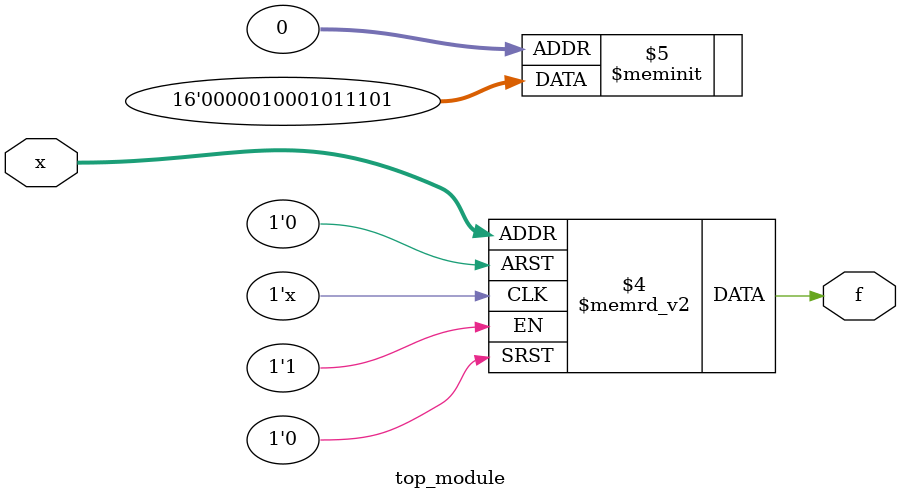
<source format=sv>
module top_module (
	input [4:1] x,
	output logic f
);

// Implementing the function f using the Karnaugh map
always_comb begin
	case(x)
		4'b0000 : f = 1;
		4'b0001 : f = 0;
		4'b0011 : f = 1;
		4'b0010 : f = 1;
		4'b0110 : f = 1;
		4'b0100 : f = 1;
		4'b0101 : f = 0;
		4'b1101 : f = 0;
		4'b1001 : f = 0;
		4'b1010 : f = 1;
		default : f = 0;
	endcase
end

endmodule

</source>
